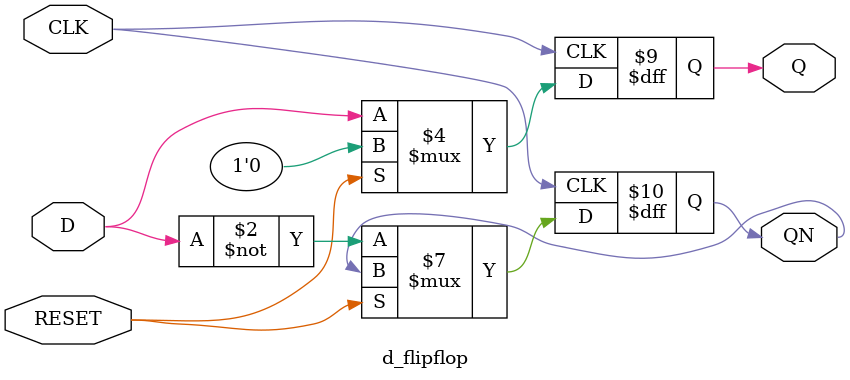
<source format=v>
module d_flipflop(
input D,
input RESET,
input CLK,
output reg Q,
output reg QN
);


always @(posedge CLK)
	if(RESET)
		Q = 0;
	else begin
		Q = D;
		QN = ~D;
	end

endmodule
</source>
